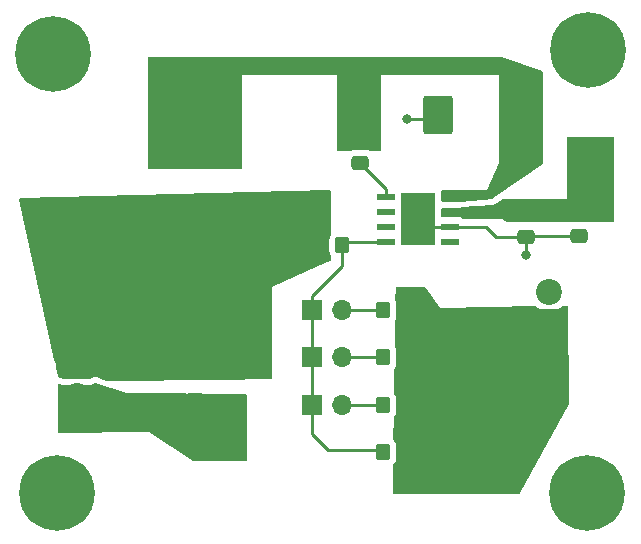
<source format=gbr>
%TF.GenerationSoftware,KiCad,Pcbnew,7.0.1*%
%TF.CreationDate,2023-04-21T16:13:52+02:00*%
%TF.ProjectId,sistabossen,73697374-6162-46f7-9373-656e2e6b6963,rev?*%
%TF.SameCoordinates,Original*%
%TF.FileFunction,Copper,L1,Top*%
%TF.FilePolarity,Positive*%
%FSLAX46Y46*%
G04 Gerber Fmt 4.6, Leading zero omitted, Abs format (unit mm)*
G04 Created by KiCad (PCBNEW 7.0.1) date 2023-04-21 16:13:52*
%MOMM*%
%LPD*%
G01*
G04 APERTURE LIST*
G04 Aperture macros list*
%AMRoundRect*
0 Rectangle with rounded corners*
0 $1 Rounding radius*
0 $2 $3 $4 $5 $6 $7 $8 $9 X,Y pos of 4 corners*
0 Add a 4 corners polygon primitive as box body*
4,1,4,$2,$3,$4,$5,$6,$7,$8,$9,$2,$3,0*
0 Add four circle primitives for the rounded corners*
1,1,$1+$1,$2,$3*
1,1,$1+$1,$4,$5*
1,1,$1+$1,$6,$7*
1,1,$1+$1,$8,$9*
0 Add four rect primitives between the rounded corners*
20,1,$1+$1,$2,$3,$4,$5,0*
20,1,$1+$1,$4,$5,$6,$7,0*
20,1,$1+$1,$6,$7,$8,$9,0*
20,1,$1+$1,$8,$9,$2,$3,0*%
G04 Aperture macros list end*
%TA.AperFunction,SMDPad,CuDef*%
%ADD10R,1.550000X0.600000*%
%TD*%
%TA.AperFunction,ComponentPad*%
%ADD11C,0.600000*%
%TD*%
%TA.AperFunction,SMDPad,CuDef*%
%ADD12R,2.600000X3.100000*%
%TD*%
%TA.AperFunction,SMDPad,CuDef*%
%ADD13R,2.950000X4.500000*%
%TD*%
%TA.AperFunction,SMDPad,CuDef*%
%ADD14RoundRect,0.250000X-0.475000X0.337500X-0.475000X-0.337500X0.475000X-0.337500X0.475000X0.337500X0*%
%TD*%
%TA.AperFunction,ComponentPad*%
%ADD15R,2.200000X2.200000*%
%TD*%
%TA.AperFunction,ComponentPad*%
%ADD16C,2.200000*%
%TD*%
%TA.AperFunction,ComponentPad*%
%ADD17R,1.700000X1.700000*%
%TD*%
%TA.AperFunction,ComponentPad*%
%ADD18O,1.700000X1.700000*%
%TD*%
%TA.AperFunction,SMDPad,CuDef*%
%ADD19RoundRect,0.250000X0.475000X-0.337500X0.475000X0.337500X-0.475000X0.337500X-0.475000X-0.337500X0*%
%TD*%
%TA.AperFunction,SMDPad,CuDef*%
%ADD20RoundRect,0.250000X-0.350000X-0.450000X0.350000X-0.450000X0.350000X0.450000X-0.350000X0.450000X0*%
%TD*%
%TA.AperFunction,SMDPad,CuDef*%
%ADD21RoundRect,0.250000X-0.550000X1.500000X-0.550000X-1.500000X0.550000X-1.500000X0.550000X1.500000X0*%
%TD*%
%TA.AperFunction,ComponentPad*%
%ADD22R,2.500000X2.500000*%
%TD*%
%TA.AperFunction,ComponentPad*%
%ADD23C,0.800000*%
%TD*%
%TA.AperFunction,ComponentPad*%
%ADD24C,6.400000*%
%TD*%
%TA.AperFunction,SMDPad,CuDef*%
%ADD25RoundRect,0.250000X0.350000X0.450000X-0.350000X0.450000X-0.350000X-0.450000X0.350000X-0.450000X0*%
%TD*%
%TA.AperFunction,SMDPad,CuDef*%
%ADD26R,5.400000X4.900000*%
%TD*%
%TA.AperFunction,SMDPad,CuDef*%
%ADD27RoundRect,0.250000X-1.000000X1.400000X-1.000000X-1.400000X1.000000X-1.400000X1.000000X1.400000X0*%
%TD*%
%TA.AperFunction,ViaPad*%
%ADD28C,0.800000*%
%TD*%
%TA.AperFunction,Conductor*%
%ADD29C,0.250000*%
%TD*%
G04 APERTURE END LIST*
D10*
%TO.P,U1,1,BOOT*%
%TO.N,Net-(U1-BOOT)*%
X99200000Y-56092056D03*
%TO.P,U1,2,NC*%
%TO.N,unconnected-(U1-NC-Pad2)*%
X99200000Y-57362056D03*
%TO.P,U1,3,NC*%
%TO.N,unconnected-(U1-NC-Pad3)*%
X99200000Y-58632056D03*
%TO.P,U1,4,VSENSE*%
%TO.N,Net-(J3-Pin_1)*%
X99200000Y-59902056D03*
%TO.P,U1,5,EN*%
%TO.N,unconnected-(U1-EN-Pad5)*%
X104600000Y-59902056D03*
%TO.P,U1,6,GND*%
%TO.N,GND*%
X104600000Y-58632056D03*
%TO.P,U1,7,VIN*%
%TO.N,/VIN*%
X104600000Y-57362056D03*
%TO.P,U1,8,PH*%
%TO.N,/PH*%
X104600000Y-56092056D03*
D11*
%TO.P,U1,9,GNDPAD*%
%TO.N,GND*%
X101300000Y-56197056D03*
X101300000Y-57397056D03*
X101300000Y-58697056D03*
X101300000Y-59797056D03*
D12*
X101900000Y-57997056D03*
D13*
X101900000Y-57997056D03*
D11*
X102500000Y-56197056D03*
X102500000Y-57397056D03*
X102500000Y-58697056D03*
X102500000Y-59797056D03*
%TD*%
D14*
%TO.P,C4,1*%
%TO.N,/VIN*%
X115500000Y-57375000D03*
%TO.P,C4,2*%
%TO.N,GND*%
X115500000Y-59450000D03*
%TD*%
D15*
%TO.P,J2,1,Pin_1*%
%TO.N,/VOUT*%
X73000000Y-70427056D03*
D16*
%TO.P,J2,2,Pin_2*%
%TO.N,GND*%
X73000000Y-72967056D03*
%TD*%
D17*
%TO.P,J3,1,Pin_1*%
%TO.N,Net-(J3-Pin_1)*%
X92960000Y-65697056D03*
D18*
%TO.P,J3,2,Pin_2*%
%TO.N,Net-(J3-Pin_2)*%
X95500000Y-65697056D03*
%TD*%
D17*
%TO.P,J5,1,Pin_1*%
%TO.N,Net-(J3-Pin_1)*%
X92960000Y-73697056D03*
D18*
%TO.P,J5,2,Pin_2*%
%TO.N,Net-(J5-Pin_2)*%
X95500000Y-73697056D03*
%TD*%
D14*
%TO.P,C1,1*%
%TO.N,/VIN*%
X111000000Y-57412500D03*
%TO.P,C1,2*%
%TO.N,GND*%
X111000000Y-59487500D03*
%TD*%
D17*
%TO.P,J4,1,Pin_1*%
%TO.N,Net-(J3-Pin_1)*%
X92960000Y-69697056D03*
D18*
%TO.P,J4,2,Pin_2*%
%TO.N,Net-(J4-Pin_2)*%
X95500000Y-69697056D03*
%TD*%
D15*
%TO.P,J1,1,Pin_1*%
%TO.N,GND*%
X112960000Y-66737056D03*
D16*
%TO.P,J1,2,Pin_2*%
%TO.N,/VIN*%
X112960000Y-64197056D03*
%TD*%
D19*
%TO.P,C2,1*%
%TO.N,Net-(U1-BOOT)*%
X97000000Y-53234556D03*
%TO.P,C2,2*%
%TO.N,/PH*%
X97000000Y-51159556D03*
%TD*%
D20*
%TO.P,R4,1*%
%TO.N,Net-(J5-Pin_2)*%
X98960000Y-73697056D03*
%TO.P,R4,2*%
%TO.N,GND*%
X100960000Y-73697056D03*
%TD*%
%TO.P,R2,1*%
%TO.N,Net-(J3-Pin_2)*%
X98960000Y-65697056D03*
%TO.P,R2,2*%
%TO.N,GND*%
X100960000Y-65697056D03*
%TD*%
%TO.P,R3,1*%
%TO.N,Net-(J4-Pin_2)*%
X98960000Y-69697056D03*
%TO.P,R3,2*%
%TO.N,GND*%
X100960000Y-69697056D03*
%TD*%
D21*
%TO.P,C3,1*%
%TO.N,/VOUT*%
X83000000Y-68897056D03*
%TO.P,C3,2*%
%TO.N,GND*%
X83000000Y-74497056D03*
%TD*%
D22*
%TO.P,TP3,1,1*%
%TO.N,/VOUT*%
X71300000Y-58300000D03*
%TD*%
D23*
%TO.P,H3,1,1*%
%TO.N,GND*%
X113797056Y-81197056D03*
X114500000Y-79500000D03*
X114500000Y-82894112D03*
X116197056Y-78797056D03*
D24*
X116197056Y-81197056D03*
D23*
X116197056Y-83597056D03*
X117894112Y-79500000D03*
X117894112Y-82894112D03*
X118597056Y-81197056D03*
%TD*%
D20*
%TO.P,R5,1*%
%TO.N,Net-(J3-Pin_1)*%
X98960000Y-77697056D03*
%TO.P,R5,2*%
%TO.N,GND*%
X100960000Y-77697056D03*
%TD*%
D25*
%TO.P,R1,1*%
%TO.N,Net-(J3-Pin_1)*%
X95500000Y-60197056D03*
%TO.P,R1,2*%
%TO.N,/VOUT*%
X93500000Y-60197056D03*
%TD*%
D23*
%TO.P,H2,1,1*%
%TO.N,GND*%
X113902944Y-43697056D03*
X114605888Y-42000000D03*
X114605888Y-45394112D03*
X116302944Y-41297056D03*
D24*
X116302944Y-43697056D03*
D23*
X116302944Y-46097056D03*
X118000000Y-42000000D03*
X118000000Y-45394112D03*
X118702944Y-43697056D03*
%TD*%
D22*
%TO.P,TP1,1,1*%
%TO.N,/VIN*%
X116500000Y-53000000D03*
%TD*%
D23*
%TO.P,H1,1,1*%
%TO.N,GND*%
X68600000Y-44000000D03*
X69302944Y-42302944D03*
X69302944Y-45697056D03*
X71000000Y-41600000D03*
D24*
X71000000Y-44000000D03*
D23*
X71000000Y-46400000D03*
X72697056Y-42302944D03*
X72697056Y-45697056D03*
X73400000Y-44000000D03*
%TD*%
D26*
%TO.P,L1,1,1*%
%TO.N,/PH*%
X83097056Y-50100000D03*
%TO.P,L1,2,2*%
%TO.N,/VOUT*%
X83097056Y-61900000D03*
%TD*%
D27*
%TO.P,D1,1,K*%
%TO.N,/PH*%
X110400000Y-49197056D03*
%TO.P,D1,2,A*%
%TO.N,GND*%
X103600000Y-49197056D03*
%TD*%
D23*
%TO.P,H4,1,1*%
%TO.N,GND*%
X68902944Y-81197056D03*
X69605888Y-79500000D03*
X69605888Y-82894112D03*
X71302944Y-78797056D03*
D24*
X71302944Y-81197056D03*
D23*
X71302944Y-83597056D03*
X73000000Y-79500000D03*
X73000000Y-82894112D03*
X73702944Y-81197056D03*
%TD*%
D28*
%TO.N,GND*%
X101000000Y-80500000D03*
X111000000Y-61000000D03*
X101000000Y-49500000D03*
X83000000Y-77500000D03*
%TD*%
D29*
%TO.N,/VIN*%
X111000000Y-57412500D02*
X110949556Y-57362056D01*
X111037500Y-57375000D02*
X111000000Y-57412500D01*
%TO.N,GND*%
X103600000Y-49197056D02*
X103297056Y-49500000D01*
X102565000Y-58632056D02*
X102500000Y-58697056D01*
X100960000Y-80460000D02*
X101000000Y-80500000D01*
X101300000Y-59797056D02*
X101300000Y-58697056D01*
X103297056Y-49500000D02*
X101000000Y-49500000D01*
X108500000Y-59500000D02*
X107632056Y-58632056D01*
X104600000Y-58632056D02*
X102565000Y-58632056D01*
X115500000Y-59450000D02*
X111037500Y-59450000D01*
X102500000Y-58697056D02*
X102500000Y-59797056D01*
X102500000Y-59797056D02*
X101300000Y-59797056D01*
X111000000Y-59487500D02*
X111000000Y-61000000D01*
X111037500Y-59450000D02*
X111000000Y-59487500D01*
X102500000Y-58697056D02*
X101300000Y-58697056D01*
X111000000Y-59487500D02*
X110987500Y-59500000D01*
X110987500Y-59500000D02*
X108500000Y-59500000D01*
X107632056Y-58632056D02*
X104600000Y-58632056D01*
%TO.N,Net-(U1-BOOT)*%
X97000000Y-53234556D02*
X99200000Y-55434556D01*
X99200000Y-55434556D02*
X99200000Y-56092056D01*
%TO.N,/VOUT*%
X83097056Y-68800000D02*
X83000000Y-68897056D01*
%TO.N,Net-(J3-Pin_1)*%
X94250000Y-77500000D02*
X98762944Y-77500000D01*
X95500000Y-62000000D02*
X92960000Y-64540000D01*
X98762944Y-77500000D02*
X98960000Y-77697056D01*
X92960000Y-69697056D02*
X92960000Y-65697056D01*
X95795000Y-59902056D02*
X99200000Y-59902056D01*
X95500000Y-60197056D02*
X95795000Y-59902056D01*
X92960000Y-73697056D02*
X92960000Y-76210000D01*
X92960000Y-64540000D02*
X92960000Y-65697056D01*
X92960000Y-76210000D02*
X94250000Y-77500000D01*
X92960000Y-73697056D02*
X92960000Y-69697056D01*
X95500000Y-60197056D02*
X95500000Y-62000000D01*
%TO.N,Net-(J3-Pin_2)*%
X98960000Y-65697056D02*
X95500000Y-65697056D01*
%TO.N,Net-(J4-Pin_2)*%
X98960000Y-69697056D02*
X95500000Y-69697056D01*
%TO.N,Net-(J5-Pin_2)*%
X98960000Y-73697056D02*
X95500000Y-73697056D01*
%TD*%
%TA.AperFunction,Conductor*%
%TO.N,/VOUT*%
G36*
X94436093Y-55518865D02*
G01*
X94482835Y-55564385D01*
X94500000Y-55627331D01*
X94500000Y-59336113D01*
X94481539Y-59401209D01*
X94465186Y-59427721D01*
X94410000Y-59594258D01*
X94399500Y-59697046D01*
X94399500Y-60697064D01*
X94410000Y-60799852D01*
X94465186Y-60966390D01*
X94481539Y-60992903D01*
X94500000Y-61057999D01*
X94500000Y-61419824D01*
X94491032Y-61466123D01*
X94465426Y-61505725D01*
X94426885Y-61532901D01*
X93441508Y-61976321D01*
X89500000Y-63749999D01*
X89500000Y-71427029D01*
X89483559Y-71488730D01*
X89438596Y-71534070D01*
X89377034Y-71551024D01*
X85092317Y-71586730D01*
X75614007Y-71665716D01*
X75577638Y-71660579D01*
X75028500Y-71497322D01*
X74689698Y-71396597D01*
X74689696Y-71396596D01*
X74689694Y-71396596D01*
X74573978Y-71376431D01*
X74522909Y-71373564D01*
X74516836Y-71373224D01*
X74516835Y-71373224D01*
X74399591Y-71380309D01*
X74287147Y-71414261D01*
X74234649Y-71437059D01*
X74133067Y-71496055D01*
X74131375Y-71497322D01*
X74096223Y-71515709D01*
X74057064Y-71522055D01*
X73718433Y-71522055D01*
X73670980Y-71512616D01*
X73496110Y-71440182D01*
X73251149Y-71381373D01*
X73000000Y-71361607D01*
X72748850Y-71381373D01*
X72503889Y-71440182D01*
X72329020Y-71512616D01*
X72281567Y-71522055D01*
X71933755Y-71522055D01*
X71873843Y-71506621D01*
X71779179Y-71454380D01*
X71715921Y-71430142D01*
X71580110Y-71398688D01*
X71540199Y-71400649D01*
X71483678Y-71390076D01*
X71438003Y-71355145D01*
X71412996Y-71303366D01*
X71254762Y-70582006D01*
X71252663Y-70541563D01*
X71265565Y-70427056D01*
X71245368Y-70247801D01*
X71185789Y-70077534D01*
X71133240Y-69993904D01*
X71117117Y-69954507D01*
X68132145Y-56346543D01*
X68132366Y-56292420D01*
X68155624Y-56243544D01*
X68197487Y-56209232D01*
X68249976Y-56196023D01*
X94372713Y-55503375D01*
X94436093Y-55518865D01*
G37*
%TD.AperFunction*%
%TD*%
%TA.AperFunction,Conductor*%
%TO.N,GND*%
G36*
X74545645Y-71881137D02*
G01*
X77300000Y-72700000D01*
X87277229Y-72798784D01*
X87338707Y-72815802D01*
X87383591Y-72861133D01*
X87400000Y-72922778D01*
X87400000Y-78376000D01*
X87383387Y-78438000D01*
X87338000Y-78483387D01*
X87276000Y-78500000D01*
X82937132Y-78500000D01*
X82901561Y-78494788D01*
X82868980Y-78479592D01*
X79100000Y-76000000D01*
X79099999Y-76000000D01*
X78784399Y-76004098D01*
X71525608Y-76098368D01*
X71462932Y-76082299D01*
X71416882Y-76036843D01*
X71400000Y-75974379D01*
X71400000Y-72025683D01*
X71418505Y-71960516D01*
X71468496Y-71914799D01*
X71535053Y-71902177D01*
X71598309Y-71926415D01*
X71657669Y-71970852D01*
X71792517Y-72021147D01*
X71852127Y-72027556D01*
X74147872Y-72027555D01*
X74207483Y-72021147D01*
X74342331Y-71970852D01*
X74436004Y-71900727D01*
X74488502Y-71877929D01*
X74545645Y-71881137D01*
G37*
%TD.AperFunction*%
%TD*%
%TA.AperFunction,Conductor*%
%TO.N,/VIN*%
G36*
X118438000Y-51016613D02*
G01*
X118483387Y-51062000D01*
X118500000Y-51124000D01*
X118500000Y-58126000D01*
X118483387Y-58188000D01*
X118438000Y-58233387D01*
X118376000Y-58250000D01*
X109529272Y-58250000D01*
X109473818Y-58236909D01*
X109000000Y-58000000D01*
X105807868Y-58000000D01*
X105768709Y-57993654D01*
X105733557Y-57975267D01*
X105617331Y-57888260D01*
X105482483Y-57837965D01*
X105482482Y-57837964D01*
X105422873Y-57831556D01*
X105422869Y-57831556D01*
X103999499Y-57831556D01*
X103937499Y-57814943D01*
X103892112Y-57769556D01*
X103875499Y-57707556D01*
X103875499Y-57129500D01*
X103892112Y-57067500D01*
X103937499Y-57022113D01*
X103999499Y-57005500D01*
X105494377Y-57005500D01*
X105499460Y-57005384D01*
X105517269Y-57004981D01*
X105528495Y-57004472D01*
X105551365Y-57002915D01*
X108262649Y-56756434D01*
X108391481Y-56727400D01*
X108451764Y-56705213D01*
X108568679Y-56643800D01*
X109065255Y-56293275D01*
X109116366Y-56272272D01*
X109226156Y-56253973D01*
X109239879Y-56251687D01*
X109260263Y-56250000D01*
X114500000Y-56250000D01*
X114500000Y-51124000D01*
X114516613Y-51062000D01*
X114562000Y-51016613D01*
X114624000Y-51000000D01*
X118376000Y-51000000D01*
X118438000Y-51016613D01*
G37*
%TD.AperFunction*%
%TD*%
%TA.AperFunction,Conductor*%
%TO.N,/PH*%
G36*
X109020227Y-44257224D02*
G01*
X112417707Y-45470609D01*
X112460730Y-45496849D01*
X112489760Y-45538042D01*
X112500000Y-45587385D01*
X112500000Y-53185748D01*
X112486098Y-53242796D01*
X112447509Y-53287052D01*
X108277166Y-56230823D01*
X108216883Y-56253010D01*
X105505599Y-56499491D01*
X105494373Y-56500000D01*
X103999499Y-56500000D01*
X103937499Y-56483387D01*
X103892112Y-56438000D01*
X103875499Y-56376000D01*
X103875499Y-55699187D01*
X103873928Y-55684573D01*
X103869091Y-55639573D01*
X103869090Y-55639570D01*
X103868841Y-55637254D01*
X103880595Y-55569818D01*
X103926338Y-55518894D01*
X103992131Y-55500000D01*
X107750000Y-55500000D01*
X108750000Y-53250000D01*
X108750000Y-45750000D01*
X98750000Y-45750000D01*
X98750000Y-52126000D01*
X98733387Y-52188000D01*
X98688000Y-52233387D01*
X98626000Y-52250000D01*
X97890716Y-52250000D01*
X97825620Y-52231539D01*
X97794334Y-52212242D01*
X97627797Y-52157056D01*
X97525009Y-52146556D01*
X96474991Y-52146556D01*
X96372203Y-52157056D01*
X96205665Y-52212242D01*
X96174380Y-52231539D01*
X96109284Y-52250000D01*
X95124000Y-52250000D01*
X95062000Y-52233387D01*
X95016613Y-52188000D01*
X95000000Y-52126000D01*
X95000000Y-45750000D01*
X87000000Y-45750000D01*
X87000000Y-53626000D01*
X86983387Y-53688000D01*
X86938000Y-53733387D01*
X86876000Y-53750000D01*
X79124000Y-53750000D01*
X79062000Y-53733387D01*
X79016613Y-53688000D01*
X79000000Y-53626000D01*
X79000000Y-44374000D01*
X79016613Y-44312000D01*
X79062000Y-44266613D01*
X79124000Y-44250000D01*
X108978521Y-44250000D01*
X109020227Y-44257224D01*
G37*
%TD.AperFunction*%
%TD*%
%TA.AperFunction,Conductor*%
%TO.N,GND*%
G36*
X102492927Y-63763743D02*
G01*
X102537090Y-63801926D01*
X103750000Y-65500000D01*
X103750000Y-65499999D01*
X103750001Y-65500000D01*
X104018313Y-65495054D01*
X111799371Y-65351624D01*
X111843499Y-65358877D01*
X111882185Y-65381313D01*
X112016338Y-65495890D01*
X112016340Y-65495891D01*
X112016341Y-65495892D01*
X112231141Y-65627522D01*
X112463889Y-65723929D01*
X112708852Y-65782739D01*
X112960000Y-65802505D01*
X113211148Y-65782739D01*
X113456111Y-65723929D01*
X113688859Y-65627522D01*
X113903659Y-65495892D01*
X114088918Y-65337665D01*
X114125459Y-65316022D01*
X114167159Y-65307978D01*
X114475230Y-65302299D01*
X114537753Y-65317894D01*
X114584009Y-65362762D01*
X114601503Y-65424784D01*
X114699607Y-73567404D01*
X114684312Y-73628574D01*
X110535315Y-81185676D01*
X110489770Y-81232714D01*
X110426619Y-81250000D01*
X99875784Y-81250000D01*
X99813273Y-81233091D01*
X99767811Y-81186975D01*
X99751797Y-81124229D01*
X99759186Y-80606932D01*
X99785246Y-78782778D01*
X99795013Y-78736284D01*
X99821548Y-78696875D01*
X99902712Y-78615712D01*
X99994814Y-78466390D01*
X100049999Y-78299853D01*
X100060500Y-78197065D01*
X100060499Y-77197048D01*
X100049999Y-77094259D01*
X99994814Y-76927722D01*
X99902712Y-76778400D01*
X99852183Y-76727871D01*
X99824969Y-76686826D01*
X99815879Y-76638424D01*
X99843217Y-74724805D01*
X99852985Y-74678311D01*
X99879519Y-74638904D01*
X99902712Y-74615712D01*
X99994814Y-74466390D01*
X100049999Y-74299853D01*
X100060500Y-74197065D01*
X100060499Y-73197048D01*
X100049999Y-73094259D01*
X99994814Y-72927722D01*
X99902712Y-72778400D01*
X99895103Y-72766063D01*
X99896088Y-72765455D01*
X99881307Y-72743162D01*
X99872217Y-72694761D01*
X99901410Y-70651231D01*
X99919857Y-70587915D01*
X99994814Y-70466390D01*
X100049999Y-70299853D01*
X100060500Y-70197065D01*
X100060499Y-69197048D01*
X100049999Y-69094259D01*
X99994814Y-68927722D01*
X99976300Y-68897707D01*
X99946553Y-68849477D01*
X99928105Y-68782611D01*
X99959908Y-66556393D01*
X99978357Y-66493070D01*
X99994814Y-66466390D01*
X100049999Y-66299853D01*
X100060500Y-66197065D01*
X100060499Y-65197048D01*
X100049999Y-65094259D01*
X99994814Y-64927722D01*
X99994813Y-64927721D01*
X99990255Y-64913964D01*
X99994645Y-64912509D01*
X99983954Y-64873159D01*
X99998253Y-63872229D01*
X100015449Y-63810980D01*
X100060753Y-63766319D01*
X100122241Y-63750000D01*
X102436187Y-63750000D01*
X102492927Y-63763743D01*
G37*
%TD.AperFunction*%
%TD*%
M02*

</source>
